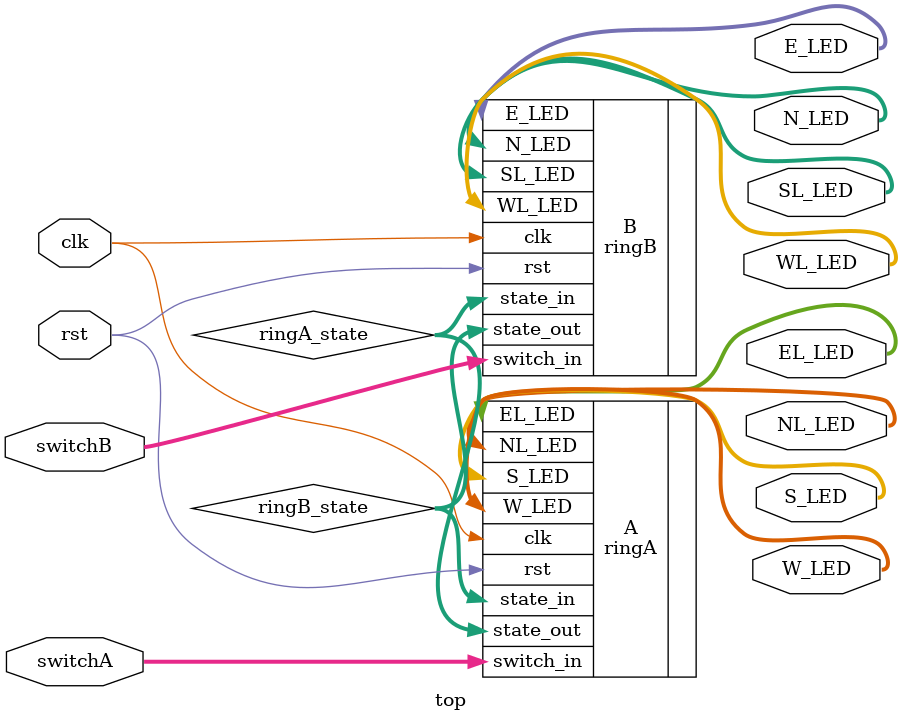
<source format=v>
`timescale 1ns / 1ps


module top(
    input clk,
    input rst,
    input [3:0] switchA,
    input [3:0] switchB,
    output [3:0] N_LED,
    output [3:0] NL_LED,
    output [3:0] E_LED,
    output [3:0] EL_LED,
    output [3:0] S_LED,
    output [3:0] SL_LED,
    output [3:0] W_LED,
    output [3:0] WL_LED
);

    wire [2:0] ringA_state;
    wire [2:0] ringB_state;

    ringA A (
        .clk(clk),
        .rst(rst),
        .switch_in(switchA),
        .state_in(ringB_state),
        .state_out(ringA_state),
        .NL_LED(NL_LED),
        .S_LED(S_LED),
        .EL_LED(EL_LED),
        .W_LED(W_LED)
    );

    ringB B (
        .clk(clk),
        .rst(rst),
        .switch_in(switchB),
        .state_in(ringA_state),
        .state_out(ringB_state),
        .SL_LED(SL_LED),
        .N_LED(N_LED),
        .WL_LED(WL_LED),
        .E_LED(E_LED)
    );

endmodule

</source>
